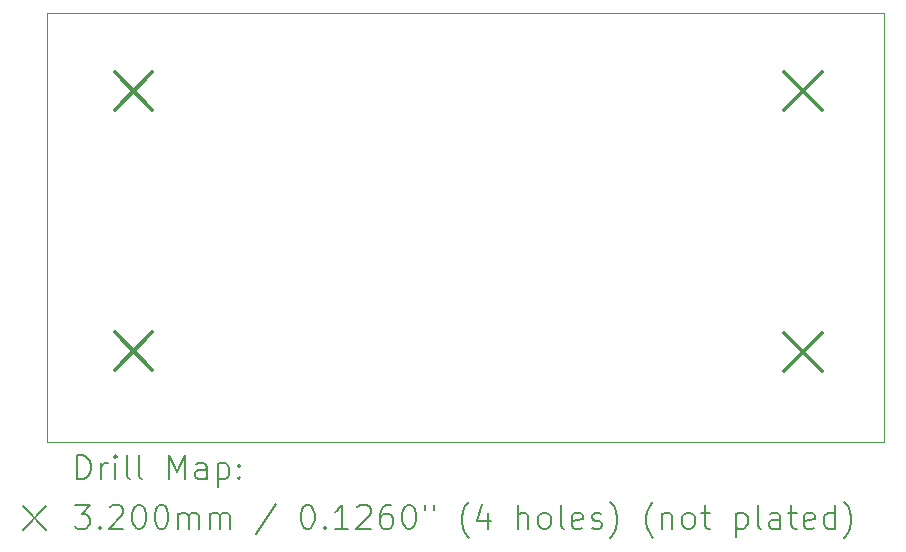
<source format=gbr>
%TF.GenerationSoftware,KiCad,Pcbnew,9.0.1*%
%TF.CreationDate,2025-06-09T13:51:00-07:00*%
%TF.ProjectId,chop_battery_board,63686f70-5f62-4617-9474-6572795f626f,rev?*%
%TF.SameCoordinates,Original*%
%TF.FileFunction,Drillmap*%
%TF.FilePolarity,Positive*%
%FSLAX45Y45*%
G04 Gerber Fmt 4.5, Leading zero omitted, Abs format (unit mm)*
G04 Created by KiCad (PCBNEW 9.0.1) date 2025-06-09 13:51:00*
%MOMM*%
%LPD*%
G01*
G04 APERTURE LIST*
%ADD10C,0.100000*%
%ADD11C,0.200000*%
%ADD12C,0.320000*%
G04 APERTURE END LIST*
D10*
X14016741Y-10339977D02*
X21102341Y-10339977D01*
X21102341Y-13967977D01*
X14016741Y-13967977D01*
X14016741Y-10339977D01*
D11*
D12*
X14590000Y-10840000D02*
X14910000Y-11160000D01*
X14910000Y-10840000D02*
X14590000Y-11160000D01*
X14590000Y-13040000D02*
X14910000Y-13360000D01*
X14910000Y-13040000D02*
X14590000Y-13360000D01*
X20257400Y-10840000D02*
X20577400Y-11160000D01*
X20577400Y-10840000D02*
X20257400Y-11160000D01*
X20257400Y-13048000D02*
X20577400Y-13368000D01*
X20577400Y-13048000D02*
X20257400Y-13368000D01*
D11*
X14272518Y-14284461D02*
X14272518Y-14084461D01*
X14272518Y-14084461D02*
X14320137Y-14084461D01*
X14320137Y-14084461D02*
X14348708Y-14093985D01*
X14348708Y-14093985D02*
X14367756Y-14113032D01*
X14367756Y-14113032D02*
X14377279Y-14132080D01*
X14377279Y-14132080D02*
X14386803Y-14170175D01*
X14386803Y-14170175D02*
X14386803Y-14198747D01*
X14386803Y-14198747D02*
X14377279Y-14236842D01*
X14377279Y-14236842D02*
X14367756Y-14255889D01*
X14367756Y-14255889D02*
X14348708Y-14274937D01*
X14348708Y-14274937D02*
X14320137Y-14284461D01*
X14320137Y-14284461D02*
X14272518Y-14284461D01*
X14472518Y-14284461D02*
X14472518Y-14151127D01*
X14472518Y-14189223D02*
X14482041Y-14170175D01*
X14482041Y-14170175D02*
X14491565Y-14160651D01*
X14491565Y-14160651D02*
X14510613Y-14151127D01*
X14510613Y-14151127D02*
X14529660Y-14151127D01*
X14596327Y-14284461D02*
X14596327Y-14151127D01*
X14596327Y-14084461D02*
X14586803Y-14093985D01*
X14586803Y-14093985D02*
X14596327Y-14103508D01*
X14596327Y-14103508D02*
X14605851Y-14093985D01*
X14605851Y-14093985D02*
X14596327Y-14084461D01*
X14596327Y-14084461D02*
X14596327Y-14103508D01*
X14720137Y-14284461D02*
X14701089Y-14274937D01*
X14701089Y-14274937D02*
X14691565Y-14255889D01*
X14691565Y-14255889D02*
X14691565Y-14084461D01*
X14824898Y-14284461D02*
X14805851Y-14274937D01*
X14805851Y-14274937D02*
X14796327Y-14255889D01*
X14796327Y-14255889D02*
X14796327Y-14084461D01*
X15053470Y-14284461D02*
X15053470Y-14084461D01*
X15053470Y-14084461D02*
X15120137Y-14227318D01*
X15120137Y-14227318D02*
X15186803Y-14084461D01*
X15186803Y-14084461D02*
X15186803Y-14284461D01*
X15367756Y-14284461D02*
X15367756Y-14179699D01*
X15367756Y-14179699D02*
X15358232Y-14160651D01*
X15358232Y-14160651D02*
X15339184Y-14151127D01*
X15339184Y-14151127D02*
X15301089Y-14151127D01*
X15301089Y-14151127D02*
X15282041Y-14160651D01*
X15367756Y-14274937D02*
X15348708Y-14284461D01*
X15348708Y-14284461D02*
X15301089Y-14284461D01*
X15301089Y-14284461D02*
X15282041Y-14274937D01*
X15282041Y-14274937D02*
X15272518Y-14255889D01*
X15272518Y-14255889D02*
X15272518Y-14236842D01*
X15272518Y-14236842D02*
X15282041Y-14217794D01*
X15282041Y-14217794D02*
X15301089Y-14208270D01*
X15301089Y-14208270D02*
X15348708Y-14208270D01*
X15348708Y-14208270D02*
X15367756Y-14198747D01*
X15462994Y-14151127D02*
X15462994Y-14351127D01*
X15462994Y-14160651D02*
X15482041Y-14151127D01*
X15482041Y-14151127D02*
X15520137Y-14151127D01*
X15520137Y-14151127D02*
X15539184Y-14160651D01*
X15539184Y-14160651D02*
X15548708Y-14170175D01*
X15548708Y-14170175D02*
X15558232Y-14189223D01*
X15558232Y-14189223D02*
X15558232Y-14246366D01*
X15558232Y-14246366D02*
X15548708Y-14265413D01*
X15548708Y-14265413D02*
X15539184Y-14274937D01*
X15539184Y-14274937D02*
X15520137Y-14284461D01*
X15520137Y-14284461D02*
X15482041Y-14284461D01*
X15482041Y-14284461D02*
X15462994Y-14274937D01*
X15643946Y-14265413D02*
X15653470Y-14274937D01*
X15653470Y-14274937D02*
X15643946Y-14284461D01*
X15643946Y-14284461D02*
X15634422Y-14274937D01*
X15634422Y-14274937D02*
X15643946Y-14265413D01*
X15643946Y-14265413D02*
X15643946Y-14284461D01*
X15643946Y-14160651D02*
X15653470Y-14170175D01*
X15653470Y-14170175D02*
X15643946Y-14179699D01*
X15643946Y-14179699D02*
X15634422Y-14170175D01*
X15634422Y-14170175D02*
X15643946Y-14160651D01*
X15643946Y-14160651D02*
X15643946Y-14179699D01*
X13811741Y-14512977D02*
X14011741Y-14712977D01*
X14011741Y-14512977D02*
X13811741Y-14712977D01*
X14253470Y-14504461D02*
X14377279Y-14504461D01*
X14377279Y-14504461D02*
X14310613Y-14580651D01*
X14310613Y-14580651D02*
X14339184Y-14580651D01*
X14339184Y-14580651D02*
X14358232Y-14590175D01*
X14358232Y-14590175D02*
X14367756Y-14599699D01*
X14367756Y-14599699D02*
X14377279Y-14618747D01*
X14377279Y-14618747D02*
X14377279Y-14666366D01*
X14377279Y-14666366D02*
X14367756Y-14685413D01*
X14367756Y-14685413D02*
X14358232Y-14694937D01*
X14358232Y-14694937D02*
X14339184Y-14704461D01*
X14339184Y-14704461D02*
X14282041Y-14704461D01*
X14282041Y-14704461D02*
X14262994Y-14694937D01*
X14262994Y-14694937D02*
X14253470Y-14685413D01*
X14462994Y-14685413D02*
X14472518Y-14694937D01*
X14472518Y-14694937D02*
X14462994Y-14704461D01*
X14462994Y-14704461D02*
X14453470Y-14694937D01*
X14453470Y-14694937D02*
X14462994Y-14685413D01*
X14462994Y-14685413D02*
X14462994Y-14704461D01*
X14548708Y-14523508D02*
X14558232Y-14513985D01*
X14558232Y-14513985D02*
X14577279Y-14504461D01*
X14577279Y-14504461D02*
X14624899Y-14504461D01*
X14624899Y-14504461D02*
X14643946Y-14513985D01*
X14643946Y-14513985D02*
X14653470Y-14523508D01*
X14653470Y-14523508D02*
X14662994Y-14542556D01*
X14662994Y-14542556D02*
X14662994Y-14561604D01*
X14662994Y-14561604D02*
X14653470Y-14590175D01*
X14653470Y-14590175D02*
X14539184Y-14704461D01*
X14539184Y-14704461D02*
X14662994Y-14704461D01*
X14786803Y-14504461D02*
X14805851Y-14504461D01*
X14805851Y-14504461D02*
X14824899Y-14513985D01*
X14824899Y-14513985D02*
X14834422Y-14523508D01*
X14834422Y-14523508D02*
X14843946Y-14542556D01*
X14843946Y-14542556D02*
X14853470Y-14580651D01*
X14853470Y-14580651D02*
X14853470Y-14628270D01*
X14853470Y-14628270D02*
X14843946Y-14666366D01*
X14843946Y-14666366D02*
X14834422Y-14685413D01*
X14834422Y-14685413D02*
X14824899Y-14694937D01*
X14824899Y-14694937D02*
X14805851Y-14704461D01*
X14805851Y-14704461D02*
X14786803Y-14704461D01*
X14786803Y-14704461D02*
X14767756Y-14694937D01*
X14767756Y-14694937D02*
X14758232Y-14685413D01*
X14758232Y-14685413D02*
X14748708Y-14666366D01*
X14748708Y-14666366D02*
X14739184Y-14628270D01*
X14739184Y-14628270D02*
X14739184Y-14580651D01*
X14739184Y-14580651D02*
X14748708Y-14542556D01*
X14748708Y-14542556D02*
X14758232Y-14523508D01*
X14758232Y-14523508D02*
X14767756Y-14513985D01*
X14767756Y-14513985D02*
X14786803Y-14504461D01*
X14977279Y-14504461D02*
X14996327Y-14504461D01*
X14996327Y-14504461D02*
X15015375Y-14513985D01*
X15015375Y-14513985D02*
X15024899Y-14523508D01*
X15024899Y-14523508D02*
X15034422Y-14542556D01*
X15034422Y-14542556D02*
X15043946Y-14580651D01*
X15043946Y-14580651D02*
X15043946Y-14628270D01*
X15043946Y-14628270D02*
X15034422Y-14666366D01*
X15034422Y-14666366D02*
X15024899Y-14685413D01*
X15024899Y-14685413D02*
X15015375Y-14694937D01*
X15015375Y-14694937D02*
X14996327Y-14704461D01*
X14996327Y-14704461D02*
X14977279Y-14704461D01*
X14977279Y-14704461D02*
X14958232Y-14694937D01*
X14958232Y-14694937D02*
X14948708Y-14685413D01*
X14948708Y-14685413D02*
X14939184Y-14666366D01*
X14939184Y-14666366D02*
X14929660Y-14628270D01*
X14929660Y-14628270D02*
X14929660Y-14580651D01*
X14929660Y-14580651D02*
X14939184Y-14542556D01*
X14939184Y-14542556D02*
X14948708Y-14523508D01*
X14948708Y-14523508D02*
X14958232Y-14513985D01*
X14958232Y-14513985D02*
X14977279Y-14504461D01*
X15129660Y-14704461D02*
X15129660Y-14571127D01*
X15129660Y-14590175D02*
X15139184Y-14580651D01*
X15139184Y-14580651D02*
X15158232Y-14571127D01*
X15158232Y-14571127D02*
X15186803Y-14571127D01*
X15186803Y-14571127D02*
X15205851Y-14580651D01*
X15205851Y-14580651D02*
X15215375Y-14599699D01*
X15215375Y-14599699D02*
X15215375Y-14704461D01*
X15215375Y-14599699D02*
X15224899Y-14580651D01*
X15224899Y-14580651D02*
X15243946Y-14571127D01*
X15243946Y-14571127D02*
X15272518Y-14571127D01*
X15272518Y-14571127D02*
X15291565Y-14580651D01*
X15291565Y-14580651D02*
X15301089Y-14599699D01*
X15301089Y-14599699D02*
X15301089Y-14704461D01*
X15396327Y-14704461D02*
X15396327Y-14571127D01*
X15396327Y-14590175D02*
X15405851Y-14580651D01*
X15405851Y-14580651D02*
X15424899Y-14571127D01*
X15424899Y-14571127D02*
X15453470Y-14571127D01*
X15453470Y-14571127D02*
X15472518Y-14580651D01*
X15472518Y-14580651D02*
X15482041Y-14599699D01*
X15482041Y-14599699D02*
X15482041Y-14704461D01*
X15482041Y-14599699D02*
X15491565Y-14580651D01*
X15491565Y-14580651D02*
X15510613Y-14571127D01*
X15510613Y-14571127D02*
X15539184Y-14571127D01*
X15539184Y-14571127D02*
X15558232Y-14580651D01*
X15558232Y-14580651D02*
X15567756Y-14599699D01*
X15567756Y-14599699D02*
X15567756Y-14704461D01*
X15958232Y-14494937D02*
X15786803Y-14752080D01*
X16215375Y-14504461D02*
X16234423Y-14504461D01*
X16234423Y-14504461D02*
X16253470Y-14513985D01*
X16253470Y-14513985D02*
X16262994Y-14523508D01*
X16262994Y-14523508D02*
X16272518Y-14542556D01*
X16272518Y-14542556D02*
X16282042Y-14580651D01*
X16282042Y-14580651D02*
X16282042Y-14628270D01*
X16282042Y-14628270D02*
X16272518Y-14666366D01*
X16272518Y-14666366D02*
X16262994Y-14685413D01*
X16262994Y-14685413D02*
X16253470Y-14694937D01*
X16253470Y-14694937D02*
X16234423Y-14704461D01*
X16234423Y-14704461D02*
X16215375Y-14704461D01*
X16215375Y-14704461D02*
X16196327Y-14694937D01*
X16196327Y-14694937D02*
X16186803Y-14685413D01*
X16186803Y-14685413D02*
X16177280Y-14666366D01*
X16177280Y-14666366D02*
X16167756Y-14628270D01*
X16167756Y-14628270D02*
X16167756Y-14580651D01*
X16167756Y-14580651D02*
X16177280Y-14542556D01*
X16177280Y-14542556D02*
X16186803Y-14523508D01*
X16186803Y-14523508D02*
X16196327Y-14513985D01*
X16196327Y-14513985D02*
X16215375Y-14504461D01*
X16367756Y-14685413D02*
X16377280Y-14694937D01*
X16377280Y-14694937D02*
X16367756Y-14704461D01*
X16367756Y-14704461D02*
X16358232Y-14694937D01*
X16358232Y-14694937D02*
X16367756Y-14685413D01*
X16367756Y-14685413D02*
X16367756Y-14704461D01*
X16567756Y-14704461D02*
X16453470Y-14704461D01*
X16510613Y-14704461D02*
X16510613Y-14504461D01*
X16510613Y-14504461D02*
X16491565Y-14533032D01*
X16491565Y-14533032D02*
X16472518Y-14552080D01*
X16472518Y-14552080D02*
X16453470Y-14561604D01*
X16643946Y-14523508D02*
X16653470Y-14513985D01*
X16653470Y-14513985D02*
X16672518Y-14504461D01*
X16672518Y-14504461D02*
X16720137Y-14504461D01*
X16720137Y-14504461D02*
X16739184Y-14513985D01*
X16739184Y-14513985D02*
X16748708Y-14523508D01*
X16748708Y-14523508D02*
X16758232Y-14542556D01*
X16758232Y-14542556D02*
X16758232Y-14561604D01*
X16758232Y-14561604D02*
X16748708Y-14590175D01*
X16748708Y-14590175D02*
X16634423Y-14704461D01*
X16634423Y-14704461D02*
X16758232Y-14704461D01*
X16929661Y-14504461D02*
X16891565Y-14504461D01*
X16891565Y-14504461D02*
X16872518Y-14513985D01*
X16872518Y-14513985D02*
X16862994Y-14523508D01*
X16862994Y-14523508D02*
X16843946Y-14552080D01*
X16843946Y-14552080D02*
X16834423Y-14590175D01*
X16834423Y-14590175D02*
X16834423Y-14666366D01*
X16834423Y-14666366D02*
X16843946Y-14685413D01*
X16843946Y-14685413D02*
X16853470Y-14694937D01*
X16853470Y-14694937D02*
X16872518Y-14704461D01*
X16872518Y-14704461D02*
X16910613Y-14704461D01*
X16910613Y-14704461D02*
X16929661Y-14694937D01*
X16929661Y-14694937D02*
X16939185Y-14685413D01*
X16939185Y-14685413D02*
X16948708Y-14666366D01*
X16948708Y-14666366D02*
X16948708Y-14618747D01*
X16948708Y-14618747D02*
X16939185Y-14599699D01*
X16939185Y-14599699D02*
X16929661Y-14590175D01*
X16929661Y-14590175D02*
X16910613Y-14580651D01*
X16910613Y-14580651D02*
X16872518Y-14580651D01*
X16872518Y-14580651D02*
X16853470Y-14590175D01*
X16853470Y-14590175D02*
X16843946Y-14599699D01*
X16843946Y-14599699D02*
X16834423Y-14618747D01*
X17072518Y-14504461D02*
X17091566Y-14504461D01*
X17091566Y-14504461D02*
X17110613Y-14513985D01*
X17110613Y-14513985D02*
X17120137Y-14523508D01*
X17120137Y-14523508D02*
X17129661Y-14542556D01*
X17129661Y-14542556D02*
X17139185Y-14580651D01*
X17139185Y-14580651D02*
X17139185Y-14628270D01*
X17139185Y-14628270D02*
X17129661Y-14666366D01*
X17129661Y-14666366D02*
X17120137Y-14685413D01*
X17120137Y-14685413D02*
X17110613Y-14694937D01*
X17110613Y-14694937D02*
X17091566Y-14704461D01*
X17091566Y-14704461D02*
X17072518Y-14704461D01*
X17072518Y-14704461D02*
X17053470Y-14694937D01*
X17053470Y-14694937D02*
X17043946Y-14685413D01*
X17043946Y-14685413D02*
X17034423Y-14666366D01*
X17034423Y-14666366D02*
X17024899Y-14628270D01*
X17024899Y-14628270D02*
X17024899Y-14580651D01*
X17024899Y-14580651D02*
X17034423Y-14542556D01*
X17034423Y-14542556D02*
X17043946Y-14523508D01*
X17043946Y-14523508D02*
X17053470Y-14513985D01*
X17053470Y-14513985D02*
X17072518Y-14504461D01*
X17215375Y-14504461D02*
X17215375Y-14542556D01*
X17291566Y-14504461D02*
X17291566Y-14542556D01*
X17586804Y-14780651D02*
X17577280Y-14771127D01*
X17577280Y-14771127D02*
X17558232Y-14742556D01*
X17558232Y-14742556D02*
X17548708Y-14723508D01*
X17548708Y-14723508D02*
X17539185Y-14694937D01*
X17539185Y-14694937D02*
X17529661Y-14647318D01*
X17529661Y-14647318D02*
X17529661Y-14609223D01*
X17529661Y-14609223D02*
X17539185Y-14561604D01*
X17539185Y-14561604D02*
X17548708Y-14533032D01*
X17548708Y-14533032D02*
X17558232Y-14513985D01*
X17558232Y-14513985D02*
X17577280Y-14485413D01*
X17577280Y-14485413D02*
X17586804Y-14475889D01*
X17748708Y-14571127D02*
X17748708Y-14704461D01*
X17701089Y-14494937D02*
X17653470Y-14637794D01*
X17653470Y-14637794D02*
X17777280Y-14637794D01*
X18005851Y-14704461D02*
X18005851Y-14504461D01*
X18091566Y-14704461D02*
X18091566Y-14599699D01*
X18091566Y-14599699D02*
X18082042Y-14580651D01*
X18082042Y-14580651D02*
X18062994Y-14571127D01*
X18062994Y-14571127D02*
X18034423Y-14571127D01*
X18034423Y-14571127D02*
X18015375Y-14580651D01*
X18015375Y-14580651D02*
X18005851Y-14590175D01*
X18215375Y-14704461D02*
X18196328Y-14694937D01*
X18196328Y-14694937D02*
X18186804Y-14685413D01*
X18186804Y-14685413D02*
X18177280Y-14666366D01*
X18177280Y-14666366D02*
X18177280Y-14609223D01*
X18177280Y-14609223D02*
X18186804Y-14590175D01*
X18186804Y-14590175D02*
X18196328Y-14580651D01*
X18196328Y-14580651D02*
X18215375Y-14571127D01*
X18215375Y-14571127D02*
X18243947Y-14571127D01*
X18243947Y-14571127D02*
X18262994Y-14580651D01*
X18262994Y-14580651D02*
X18272518Y-14590175D01*
X18272518Y-14590175D02*
X18282042Y-14609223D01*
X18282042Y-14609223D02*
X18282042Y-14666366D01*
X18282042Y-14666366D02*
X18272518Y-14685413D01*
X18272518Y-14685413D02*
X18262994Y-14694937D01*
X18262994Y-14694937D02*
X18243947Y-14704461D01*
X18243947Y-14704461D02*
X18215375Y-14704461D01*
X18396328Y-14704461D02*
X18377280Y-14694937D01*
X18377280Y-14694937D02*
X18367756Y-14675889D01*
X18367756Y-14675889D02*
X18367756Y-14504461D01*
X18548709Y-14694937D02*
X18529661Y-14704461D01*
X18529661Y-14704461D02*
X18491566Y-14704461D01*
X18491566Y-14704461D02*
X18472518Y-14694937D01*
X18472518Y-14694937D02*
X18462994Y-14675889D01*
X18462994Y-14675889D02*
X18462994Y-14599699D01*
X18462994Y-14599699D02*
X18472518Y-14580651D01*
X18472518Y-14580651D02*
X18491566Y-14571127D01*
X18491566Y-14571127D02*
X18529661Y-14571127D01*
X18529661Y-14571127D02*
X18548709Y-14580651D01*
X18548709Y-14580651D02*
X18558232Y-14599699D01*
X18558232Y-14599699D02*
X18558232Y-14618747D01*
X18558232Y-14618747D02*
X18462994Y-14637794D01*
X18634423Y-14694937D02*
X18653470Y-14704461D01*
X18653470Y-14704461D02*
X18691566Y-14704461D01*
X18691566Y-14704461D02*
X18710613Y-14694937D01*
X18710613Y-14694937D02*
X18720137Y-14675889D01*
X18720137Y-14675889D02*
X18720137Y-14666366D01*
X18720137Y-14666366D02*
X18710613Y-14647318D01*
X18710613Y-14647318D02*
X18691566Y-14637794D01*
X18691566Y-14637794D02*
X18662994Y-14637794D01*
X18662994Y-14637794D02*
X18643947Y-14628270D01*
X18643947Y-14628270D02*
X18634423Y-14609223D01*
X18634423Y-14609223D02*
X18634423Y-14599699D01*
X18634423Y-14599699D02*
X18643947Y-14580651D01*
X18643947Y-14580651D02*
X18662994Y-14571127D01*
X18662994Y-14571127D02*
X18691566Y-14571127D01*
X18691566Y-14571127D02*
X18710613Y-14580651D01*
X18786804Y-14780651D02*
X18796328Y-14771127D01*
X18796328Y-14771127D02*
X18815375Y-14742556D01*
X18815375Y-14742556D02*
X18824899Y-14723508D01*
X18824899Y-14723508D02*
X18834423Y-14694937D01*
X18834423Y-14694937D02*
X18843947Y-14647318D01*
X18843947Y-14647318D02*
X18843947Y-14609223D01*
X18843947Y-14609223D02*
X18834423Y-14561604D01*
X18834423Y-14561604D02*
X18824899Y-14533032D01*
X18824899Y-14533032D02*
X18815375Y-14513985D01*
X18815375Y-14513985D02*
X18796328Y-14485413D01*
X18796328Y-14485413D02*
X18786804Y-14475889D01*
X19148709Y-14780651D02*
X19139185Y-14771127D01*
X19139185Y-14771127D02*
X19120137Y-14742556D01*
X19120137Y-14742556D02*
X19110613Y-14723508D01*
X19110613Y-14723508D02*
X19101090Y-14694937D01*
X19101090Y-14694937D02*
X19091566Y-14647318D01*
X19091566Y-14647318D02*
X19091566Y-14609223D01*
X19091566Y-14609223D02*
X19101090Y-14561604D01*
X19101090Y-14561604D02*
X19110613Y-14533032D01*
X19110613Y-14533032D02*
X19120137Y-14513985D01*
X19120137Y-14513985D02*
X19139185Y-14485413D01*
X19139185Y-14485413D02*
X19148709Y-14475889D01*
X19224899Y-14571127D02*
X19224899Y-14704461D01*
X19224899Y-14590175D02*
X19234423Y-14580651D01*
X19234423Y-14580651D02*
X19253470Y-14571127D01*
X19253470Y-14571127D02*
X19282042Y-14571127D01*
X19282042Y-14571127D02*
X19301090Y-14580651D01*
X19301090Y-14580651D02*
X19310613Y-14599699D01*
X19310613Y-14599699D02*
X19310613Y-14704461D01*
X19434423Y-14704461D02*
X19415375Y-14694937D01*
X19415375Y-14694937D02*
X19405851Y-14685413D01*
X19405851Y-14685413D02*
X19396328Y-14666366D01*
X19396328Y-14666366D02*
X19396328Y-14609223D01*
X19396328Y-14609223D02*
X19405851Y-14590175D01*
X19405851Y-14590175D02*
X19415375Y-14580651D01*
X19415375Y-14580651D02*
X19434423Y-14571127D01*
X19434423Y-14571127D02*
X19462994Y-14571127D01*
X19462994Y-14571127D02*
X19482042Y-14580651D01*
X19482042Y-14580651D02*
X19491566Y-14590175D01*
X19491566Y-14590175D02*
X19501090Y-14609223D01*
X19501090Y-14609223D02*
X19501090Y-14666366D01*
X19501090Y-14666366D02*
X19491566Y-14685413D01*
X19491566Y-14685413D02*
X19482042Y-14694937D01*
X19482042Y-14694937D02*
X19462994Y-14704461D01*
X19462994Y-14704461D02*
X19434423Y-14704461D01*
X19558232Y-14571127D02*
X19634423Y-14571127D01*
X19586804Y-14504461D02*
X19586804Y-14675889D01*
X19586804Y-14675889D02*
X19596328Y-14694937D01*
X19596328Y-14694937D02*
X19615375Y-14704461D01*
X19615375Y-14704461D02*
X19634423Y-14704461D01*
X19853471Y-14571127D02*
X19853471Y-14771127D01*
X19853471Y-14580651D02*
X19872518Y-14571127D01*
X19872518Y-14571127D02*
X19910613Y-14571127D01*
X19910613Y-14571127D02*
X19929661Y-14580651D01*
X19929661Y-14580651D02*
X19939185Y-14590175D01*
X19939185Y-14590175D02*
X19948709Y-14609223D01*
X19948709Y-14609223D02*
X19948709Y-14666366D01*
X19948709Y-14666366D02*
X19939185Y-14685413D01*
X19939185Y-14685413D02*
X19929661Y-14694937D01*
X19929661Y-14694937D02*
X19910613Y-14704461D01*
X19910613Y-14704461D02*
X19872518Y-14704461D01*
X19872518Y-14704461D02*
X19853471Y-14694937D01*
X20062994Y-14704461D02*
X20043947Y-14694937D01*
X20043947Y-14694937D02*
X20034423Y-14675889D01*
X20034423Y-14675889D02*
X20034423Y-14504461D01*
X20224899Y-14704461D02*
X20224899Y-14599699D01*
X20224899Y-14599699D02*
X20215375Y-14580651D01*
X20215375Y-14580651D02*
X20196328Y-14571127D01*
X20196328Y-14571127D02*
X20158232Y-14571127D01*
X20158232Y-14571127D02*
X20139185Y-14580651D01*
X20224899Y-14694937D02*
X20205852Y-14704461D01*
X20205852Y-14704461D02*
X20158232Y-14704461D01*
X20158232Y-14704461D02*
X20139185Y-14694937D01*
X20139185Y-14694937D02*
X20129661Y-14675889D01*
X20129661Y-14675889D02*
X20129661Y-14656842D01*
X20129661Y-14656842D02*
X20139185Y-14637794D01*
X20139185Y-14637794D02*
X20158232Y-14628270D01*
X20158232Y-14628270D02*
X20205852Y-14628270D01*
X20205852Y-14628270D02*
X20224899Y-14618747D01*
X20291566Y-14571127D02*
X20367756Y-14571127D01*
X20320137Y-14504461D02*
X20320137Y-14675889D01*
X20320137Y-14675889D02*
X20329661Y-14694937D01*
X20329661Y-14694937D02*
X20348709Y-14704461D01*
X20348709Y-14704461D02*
X20367756Y-14704461D01*
X20510613Y-14694937D02*
X20491566Y-14704461D01*
X20491566Y-14704461D02*
X20453471Y-14704461D01*
X20453471Y-14704461D02*
X20434423Y-14694937D01*
X20434423Y-14694937D02*
X20424899Y-14675889D01*
X20424899Y-14675889D02*
X20424899Y-14599699D01*
X20424899Y-14599699D02*
X20434423Y-14580651D01*
X20434423Y-14580651D02*
X20453471Y-14571127D01*
X20453471Y-14571127D02*
X20491566Y-14571127D01*
X20491566Y-14571127D02*
X20510613Y-14580651D01*
X20510613Y-14580651D02*
X20520137Y-14599699D01*
X20520137Y-14599699D02*
X20520137Y-14618747D01*
X20520137Y-14618747D02*
X20424899Y-14637794D01*
X20691566Y-14704461D02*
X20691566Y-14504461D01*
X20691566Y-14694937D02*
X20672518Y-14704461D01*
X20672518Y-14704461D02*
X20634423Y-14704461D01*
X20634423Y-14704461D02*
X20615375Y-14694937D01*
X20615375Y-14694937D02*
X20605852Y-14685413D01*
X20605852Y-14685413D02*
X20596328Y-14666366D01*
X20596328Y-14666366D02*
X20596328Y-14609223D01*
X20596328Y-14609223D02*
X20605852Y-14590175D01*
X20605852Y-14590175D02*
X20615375Y-14580651D01*
X20615375Y-14580651D02*
X20634423Y-14571127D01*
X20634423Y-14571127D02*
X20672518Y-14571127D01*
X20672518Y-14571127D02*
X20691566Y-14580651D01*
X20767756Y-14780651D02*
X20777280Y-14771127D01*
X20777280Y-14771127D02*
X20796328Y-14742556D01*
X20796328Y-14742556D02*
X20805852Y-14723508D01*
X20805852Y-14723508D02*
X20815375Y-14694937D01*
X20815375Y-14694937D02*
X20824899Y-14647318D01*
X20824899Y-14647318D02*
X20824899Y-14609223D01*
X20824899Y-14609223D02*
X20815375Y-14561604D01*
X20815375Y-14561604D02*
X20805852Y-14533032D01*
X20805852Y-14533032D02*
X20796328Y-14513985D01*
X20796328Y-14513985D02*
X20777280Y-14485413D01*
X20777280Y-14485413D02*
X20767756Y-14475889D01*
M02*

</source>
